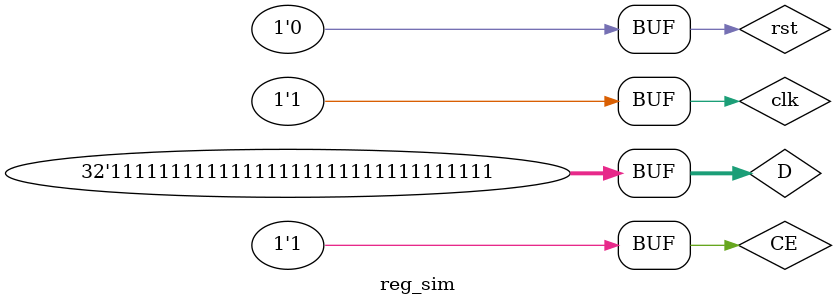
<source format=v>
`timescale 1ns / 1ps


module reg_sim;

	// Inputs
	reg clk;
	reg rst;
	reg CE;
	reg [31:0] D;

	// Outputs
	wire [31:0] Q;

	// Instantiate the Unit Under Test (UUT)
	REG32 uut (
		.clk(clk), 
		.rst(rst), 
		.CE(CE), 
		.D(D), 
		.Q(Q)
	);

	initial begin
		// Initialize Inputs
		clk = 0;
		rst = 1;
		CE = 0;
		D = 0;

		// Wait 100 ns for global reset to finish
		#100;
        clk = 1;
		rst = 0;
		CE = 1;
		D = 32'hffffffff;
		// Add stimulus here

	end
      
endmodule


</source>
